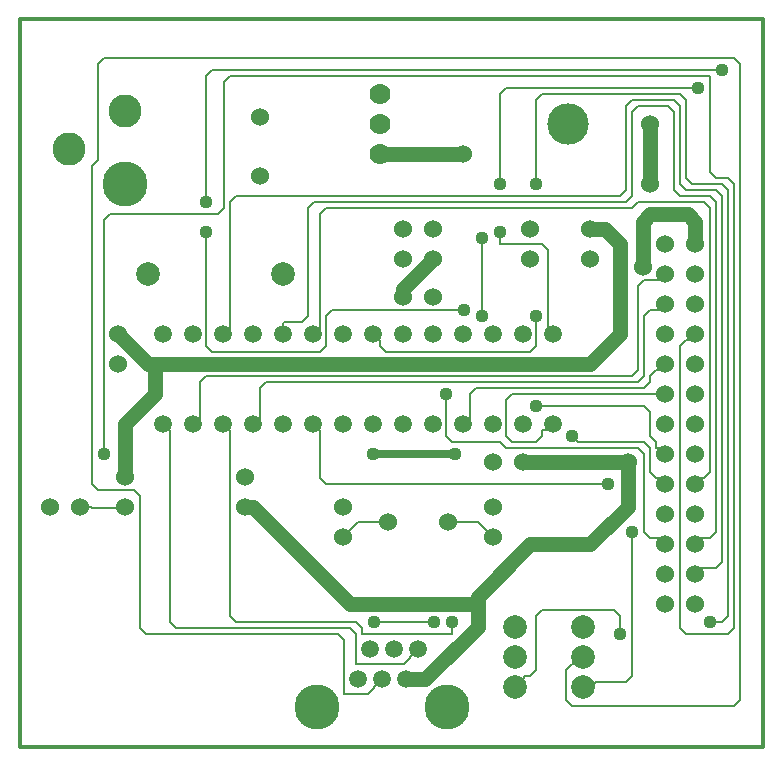
<source format=gbr>
G04 GENERATED BY PULSONIX 3.1 GERBER.DLL 1871*
%INDSPIC*%
%FSLAX23Y23*%
%IPPOS*%
%LPD*%
%OFA0B0*%
%MOIN*%
%ADD10C,0.008*%
%ADD13C,0.012*%
%ADD15C,0.060*%
%ADD16C,0.070*%
%ADD18C,0.079*%
%ADD19C,0.050*%
%ADD70C,0.025*%
%ADD88C,0.150*%
%ADD89C,0.059*%
%ADD114C,0.138*%
%ADD189C,0.059*%
%ADD190C,0.044*%
%ADD195C,0.150*%
%ADD196C,0.110*%
%LNTOP*%
X0Y0D02*
D02*
D10*
X356Y855D02*
X331D01*
X326Y850*
X246*
X241Y855*
X206*
X626Y1770D02*
Y1390D01*
X646Y1370*
X1006*
X1026Y1390*
Y1490*
X1046Y1510*
X1486*
X1231Y805D02*
X1131D01*
X1081Y755*
X1331Y380D02*
X1306Y355D01*
Y350*
X1286Y330*
X1126*
Y430*
X1106Y450*
X526*
X506Y470*
Y1110*
X501*
X481Y1130*
X1386Y470D02*
X1186D01*
X1431Y805D02*
X1531D01*
X1581Y755*
X1446Y470D02*
Y430D01*
X1146*
Y450*
X1126Y470*
X726*
X706Y490*
Y1110*
X701*
X681Y1130*
X1546Y1750D02*
Y1490D01*
X1606Y1770D02*
Y1730D01*
X1746*
X1766Y1710*
Y1445*
X1781Y1430*
X1656Y255D02*
X1686Y285D01*
Y290*
X1706*
X1726Y310*
Y490*
X1746Y510*
X1986*
X2006Y490*
Y430*
X1726Y1490D02*
Y1390D01*
X1706Y1370*
X1226*
X1206Y1390*
Y1410*
X1201*
X1181Y1430*
X1881Y255D02*
X1911D01*
X1926Y270*
X2026*
X2046Y290*
Y770*
X1881Y355D02*
X1856Y330D01*
X1846*
X1826Y310*
Y210*
X1846Y190*
X2386*
X2406Y210*
Y2330*
X2386Y2350*
X286*
X266Y2330*
Y2010*
X246Y1990*
Y930*
X266Y910*
X386*
X406Y890*
Y450*
X426Y430*
X1066*
X1086Y410*
Y230*
X1166*
X1186Y250*
Y255*
X1211Y280*
X1966Y930D02*
X1026D01*
X1006Y950*
Y1110*
X1001*
X981Y1130*
X2156Y730D02*
X2136Y750D01*
X2106*
X2086Y770*
Y1030*
X2066Y1050*
X1626*
X1606Y1070*
X1446*
X1426Y1090*
Y1230*
X2156Y930D02*
X2136Y950D01*
X2126*
X2106Y970*
Y1050*
X2086Y1070*
X1866*
X1846Y1090*
X2156Y1030D02*
X2136Y1050D01*
X2126*
Y1070*
X2106Y1090*
Y1170*
X2086Y1190*
X1726*
X2156Y1230D02*
X1646D01*
X1626Y1210*
Y1090*
X1646Y1070*
X1726*
X1746Y1090*
Y1110*
X1761*
X1781Y1130*
X2156Y1330D02*
X2136Y1310D01*
X2126*
X2106Y1290*
Y1270*
X2086Y1250*
X1526*
X1506Y1230*
Y1150*
X1501*
X1481Y1130*
X2156Y1530D02*
X2136Y1510D01*
X2106*
X2086Y1490*
Y1290*
X2066Y1270*
X826*
X806Y1250*
Y1150*
X801*
X781Y1130*
X2156Y1630D02*
X2136Y1610D01*
X2086*
X2066Y1590*
Y1310*
X2046Y1290*
X626*
X606Y1270*
Y1150*
X601*
X581Y1130*
X2256Y630D02*
X2276Y650D01*
X2326*
X2346Y670*
Y1890*
X2326Y1910*
X2226*
X2206Y1930*
Y2190*
X2186Y2210*
X2046*
X2026Y2190*
Y1910*
X2006Y1890*
X726*
X706Y1870*
Y1450*
X701*
X681Y1430*
X2256Y730D02*
X2276Y750D01*
X2306*
X2326Y770*
Y1870*
X2306Y1890*
X2206*
X2186Y1910*
Y2170*
X2166Y2190*
X2066*
X2046Y2170*
Y1890*
X2026Y1870*
X986*
X966Y1850*
Y1490*
X946Y1470*
X886*
X881Y1465*
Y1430*
X2256Y930D02*
X2276Y950D01*
X2286*
X2306Y970*
Y1850*
X2286Y1870*
X2066*
X2046Y1850*
X1026*
X1006Y1830*
Y1450*
X1001*
X981Y1430*
X2256D02*
X2236Y1410D01*
X2226*
X2206Y1390*
Y450*
X2226Y430*
X2366*
X2386Y450*
Y1930*
X2366Y1950*
X2326*
X2306Y1970*
Y2290*
X706*
X686Y2270*
Y1850*
X666Y1830*
X306*
X286Y1810*
Y1030*
X2266Y2250D02*
X1626D01*
X1606Y2230*
Y1930*
X2306Y470D02*
X2346D01*
X2366Y490*
Y1910*
X2346Y1930*
X2246*
X2226Y1950*
Y2210*
X2206Y2230*
X1746*
X1726Y2210*
Y1930*
X2346Y2310D02*
X646D01*
X626Y2290*
Y1870*
D02*
D13*
X6Y2480D02*
X2481D01*
Y55*
X6*
Y2480*
D02*
D15*
X106Y855D03*
X206D03*
X331Y1330D03*
Y1430D03*
X356Y855D03*
Y955D03*
X756Y855D03*
Y955D03*
X806Y1958D03*
Y2155D03*
X1081Y755D03*
Y855D03*
X1231Y805D03*
X1281Y1555D03*
Y1680D03*
Y1780D03*
X1381Y1555D03*
Y1680D03*
Y1780D03*
X1431Y805D03*
X1481Y2030D03*
X1581Y755D03*
Y855D03*
Y1005D03*
X1681D03*
X1706Y1680D03*
Y1780D03*
X1906Y1680D03*
Y1780D03*
X2031Y1005D03*
X2081Y1655D03*
X2106Y1930D03*
Y2130D03*
X2156Y530D03*
Y630D03*
Y730D03*
Y830D03*
Y930D03*
Y1030D03*
Y1130D03*
Y1230D03*
Y1330D03*
Y1430D03*
Y1530D03*
Y1630D03*
Y1730D03*
X2256Y530D03*
Y630D03*
Y730D03*
Y830D03*
Y930D03*
Y1030D03*
Y1130D03*
Y1230D03*
Y1330D03*
Y1430D03*
Y1530D03*
Y1630D03*
Y1730D03*
D02*
D16*
X1206Y2030D03*
Y2130D03*
Y2230D03*
D02*
D18*
X431Y1630D03*
X881D03*
X1656Y255D03*
Y355D03*
Y455D03*
X1881Y255D03*
Y355D03*
Y455D03*
D02*
D19*
X356Y955D02*
Y1130D01*
X456Y1230*
Y1330*
X431*
X331Y1430*
X756Y855D02*
X781D01*
X1106Y530*
X1531*
X1206Y2030D02*
X1481D01*
X1291Y280D02*
X1356D01*
X1531Y455*
Y530*
X1381Y1680D02*
X1281Y1580D01*
Y1555*
X1531Y530D02*
Y555D01*
X1706Y730*
X1906*
X2031Y855*
Y1005*
X1906Y1780D02*
X1956D01*
X2006Y1730*
Y1430*
X1906Y1330*
X456*
X2031Y1005D02*
X1681D01*
X2081Y1655D02*
Y1805D01*
X2106Y1830*
X2231*
X2256Y1805*
Y1730*
X2106Y1930D02*
Y2130D01*
D02*
D70*
X1181Y1030D02*
X1456D01*
D02*
D88*
X994Y189D03*
X1427D03*
D02*
D89*
X481Y1130D03*
Y1430D03*
X581Y1130D03*
Y1430D03*
X681Y1130D03*
Y1430D03*
X781Y1130D03*
Y1430D03*
X881Y1130D03*
Y1430D03*
X981Y1130D03*
Y1430D03*
X1081Y1130D03*
Y1430D03*
X1181Y1130D03*
Y1430D03*
X1281Y1130D03*
Y1430D03*
X1381Y1130D03*
Y1430D03*
X1481Y1130D03*
Y1430D03*
X1581Y1130D03*
Y1430D03*
X1681Y1130D03*
Y1430D03*
X1781Y1130D03*
Y1430D03*
D02*
D114*
X1832Y2130D03*
D02*
D189*
X1130Y280D03*
X1170Y380D03*
X1211Y280D03*
X1251Y380D03*
X1291Y280D03*
X1331Y380D03*
D02*
D190*
X286Y1030D03*
X626Y1770D03*
Y1870D03*
X1181Y1030D03*
X1186Y470D03*
X1386D03*
X1426Y1230D03*
X1446Y470D03*
X1456Y1030D03*
X1486Y1510D03*
X1546Y1490D03*
Y1750D03*
X1606Y1770D03*
Y1930D03*
X1726Y1190D03*
Y1490D03*
Y1930D03*
X1846Y1090D03*
X1966Y930D03*
X2006Y430D03*
X2046Y770D03*
X2266Y2250D03*
X2306Y470D03*
X2346Y2310D03*
D02*
D195*
X356Y1930D03*
D02*
D196*
X167Y2048D03*
X356Y2176D03*
X0Y0D02*
M02*

</source>
